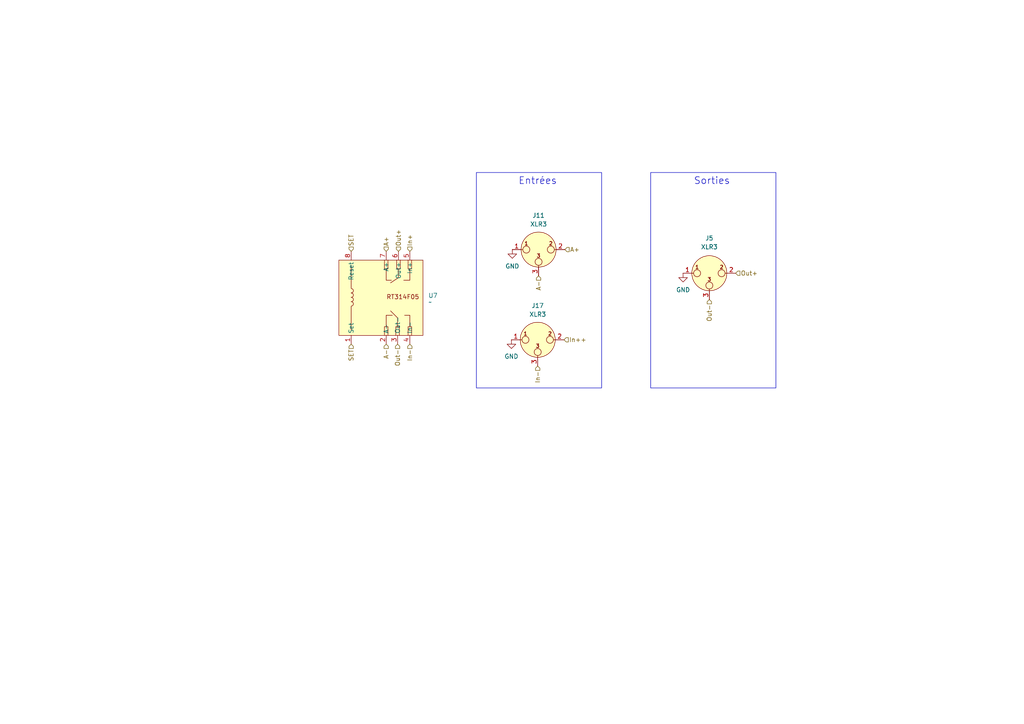
<source format=kicad_sch>
(kicad_sch (version 20250114) (generator "eeschema") (generator_version "9.0")
  (paper "A4")
  (lib_symbols
    (symbol "Connector_Audio:XLR3" (pin_names (hide yes))
      (property "Reference" "J" (at 0 8.89 0))
      (property "Value" "XLR3" (at 0 6.35 0))
      (symbol "XLR3_0_1"
        (polyline (pts (xy -5.08 0) (xy -4.572 0)))
        (circle (center -3.556 0) (radius 1.016))
        (circle (center 0 0) (radius 5.08) (fill (type background)))
        (circle (center 0 -3.556) (radius 1.016))
        (polyline (pts (xy 0 -5.08) (xy 0 -4.572)))
        (circle (center 3.556 0) (radius 1.016))
        (polyline (pts (xy 5.08 0) (xy 4.572 0)))
        (text "1" (at -3.556 1.778 0) (effects (font (size 1.016 1.016) (bold yes))))
        (text "3" (at 0 -1.778 0) (effects (font (size 1.016 1.016) (bold yes))))
        (text "2" (at 3.556 1.778 0) (effects (font (size 1.016 1.016) (bold yes))))
        (pin passive line (at -7.62 0 0) (length 2.54) (name "~") (number "1"))
        (pin passive line (at 0 -7.62 90) (length 2.54) (name "~") (number "3"))
        (pin passive line (at 7.62 0 180) (length 2.54) (name "~") (number "2"))
      )
    )
    (symbol "Relais:IM43GR_2FromC"
      (property "Reference" "U" (at 0 0.254 0))
      (symbol "IM43GR_2FromC_0_1"
        (polyline (pts (xy -8.382 3.556) (xy -8.382 10.16)))
        (arc (start -8.3793 3.429) (mid -7.747 2.794) (end -8.3793 2.159))
        (arc (start -8.3793 2.159) (mid -7.747 1.524) (end -8.3793 0.889))
        (arc (start -8.3793 0.889) (mid -7.747 0.254) (end -8.3793 -0.381))
        (arc (start -8.3793 -0.381) (mid -7.747 -1.016) (end -8.3793 -1.651))
        (polyline (pts (xy -8.382 -1.778) (xy -8.382 -8.636)))
        (polyline (pts (xy 1.27 11.684) (xy 1.27 9.144) (xy 2.286 9.144) (xy 2.286 11.684)))
        (polyline (pts (xy 1.778 9.144) (xy 1.778 5.842) (xy 3.302 5.842)))
        (polyline (pts (xy 1.778 -7.62) (xy 1.778 -4.318) (xy 3.556 -4.318)))
        (polyline (pts (xy 2.286 -10.16) (xy 2.286 -7.62) (xy 1.27 -7.62) (xy 1.27 -10.16)))
        (polyline (pts (xy 4.826 11.684) (xy 4.826 9.144) (xy 5.842 9.144) (xy 5.842 11.684)))
        (polyline (pts (xy 5.08 -7.62) (xy 5.08 -5.08) (xy 3.048 -3.048)))
        (polyline (pts (xy 5.334 9.144) (xy 5.334 6.604) (xy 3.048 5.08)))
        (polyline (pts (xy 5.588 -10.16) (xy 5.588 -7.62) (xy 4.572 -7.62) (xy 4.572 -10.16)))
        (polyline (pts (xy 8.128 11.684) (xy 8.128 9.144) (xy 9.144 9.144) (xy 9.144 11.684)))
        (polyline (pts (xy 8.636 9.144) (xy 8.636 5.842) (xy 6.858 5.842)))
        (polyline (pts (xy 8.636 -7.62) (xy 8.636 -4.318) (xy 7.112 -4.318)))
        (polyline (pts (xy 9.144 -10.16) (xy 9.144 -7.62) (xy 8.128 -7.62) (xy 8.128 -10.16)))
      )
      (symbol "IM43GR_2FromC_1_1"
        (rectangle (start -11.938 11.684) (end 12.446 -10.16) (fill (type color) (color 255 255 194 1)))
        (text "RT314F05" (at 6.604 1.016 0) (effects (font (size 1.27 1.27))))
        (pin input line (at -8.382 14.224 270) (length 2.54) (name "Reset") (number "8"))
        (pin input line (at -8.382 -12.7 90) (length 2.54) (name "Set") (number "1"))
        (pin input line (at 1.778 14.224 270) (length 2.54) (name "A+") (number "7"))
        (pin input line (at 1.778 -12.7 90) (length 2.54) (name "A-") (number "2"))
        (pin input line (at 5.08 -12.7 90) (length 2.54) (name "Out-") (number "3"))
        (pin input line (at 5.334 14.224 270) (length 2.54) (name "Out+") (number "6"))
        (pin input line (at 8.636 14.224 270) (length 2.54) (name "In+") (number "5"))
        (pin input line (at 8.636 -12.7 90) (length 2.54) (name "In-") (number "4"))
      )
    )
    (symbol "power:GND" (power) (pin_numbers (hide yes)) (pin_names (offset 0) (hide yes))
      (property "Value" "GND" (at 0 -3.81 0))
      (symbol "GND_0_1"
        (polyline (pts (xy 0 0) (xy 0 -1.27) (xy 1.27 -1.27) (xy 0 -2.54) (xy -1.27 -1.27) (xy 0 -1.27)))
      )
      (symbol "GND_1_1"
        (pin power_in line (at 0 0 270) (length 0) (name "~") (number "1"))
      )
    )
  )
  (rectangle (start 188.722 50.038) (end 225.044 112.522))
  (rectangle (start 138.176 50.038) (end 174.498 112.522))
  (text "Sorties\n" (at 206.502 52.578 0) (effects (font (size 2 2))))
  (text "Entrées\n" (at 155.956 52.578 0) (effects (font (size 2 2))))
  (hierarchical_label "Out-" (shape input) (at 205.74 86.868 270))
  (hierarchical_label "In-" (shape input) (at 155.956 106.172 270))
  (hierarchical_label "Out-" (shape input) (at 115.316 99.822 270))
  (hierarchical_label "In+" (shape input) (at 118.872 72.898 90))
  (hierarchical_label "A+" (shape input) (at 112.014 72.898 90))
  (hierarchical_label "A-" (shape input) (at 156.21 80.01 270))
  (hierarchical_label "A-" (shape input) (at 112.014 99.822 270))
  (hierarchical_label "In-" (shape input) (at 118.872 99.822 270))
  (hierarchical_label "Out+" (shape input) (at 213.36 79.248 0))
  (hierarchical_label "In++" (shape input) (at 163.576 98.552 0))
  (hierarchical_label "SET" (shape input) (at 101.854 99.822 270))
  (hierarchical_label "A+" (shape input) (at 163.83 72.39 0))
  (hierarchical_label "Out+" (shape input) (at 115.57 72.898 90))
  (hierarchical_label "SET" (shape input) (at 101.854 72.898 90))
  (symbol (lib_id "Connector_Audio:XLR3") (at 205.74 79.248 0) (unit 1)
    (property "Reference" "J4" (at 205.74 69.088 0))
    (property "Value" "XLR3" (at 205.74 71.628 0))
    (property "Footprint" "Connector_Audio:Jack_XLR_Neutrik_NC3MAAV-1_Vertical" (effects (hide yes)))
    (property "Description" "XLR Connector, Male or Female, 3 Pins" (effects (hide yes)))
    (instances (project "" (path "" (reference "J5") (unit 1)) (path "" (reference "J3") (unit 1)) (path "" (reference "J8") (unit 1)) (path "" (reference "J7") (unit 1)) (path "" (reference "J6") (unit 1)) (path "" (reference "J4") (unit 1))))
  )
  (symbol (lib_id "Connector_Audio:XLR3") (at 156.21 72.39 0) (unit 1)
    (property "Reference" "J10" (at 156.21 62.484 0))
    (property "Value" "XLR3" (at 156.21 65.024 0))
    (property "Footprint" "Connector_Audio:Jack_XLR_Neutrik_NC3FAAV_Vertical" (effects (hide yes)))
    (property "Description" "XLR Connector, Male or Female, 3 Pins" (effects (hide yes)))
    (instances (project "" (path "" (reference "J11") (unit 1)) (path "" (reference "J9") (unit 1)) (path "" (reference "J14") (unit 1)) (path "" (reference "J13") (unit 1)) (path "" (reference "J12") (unit 1)) (path "" (reference "J10") (unit 1))))
  )
  (symbol (lib_id "power:GND") (at 198.12 79.248 0) (unit 1)
    (property "Reference" "#PWR045" (effects (hide yes)))
    (property "Value" "GND" (at 198.12 84.074 0))
    (property "Description" "Power symbol creates a global label with name \"GND\" , ground" (effects (hide yes)))
    (instances (project "" (path "" (reference "#PWR046") (unit 1)) (path "" (reference "#PWR044") (unit 1)) (path "" (reference "#PWR049") (unit 1)) (path "" (reference "#PWR048") (unit 1)) (path "" (reference "#PWR047") (unit 1)) (path "" (reference "#PWR045") (unit 1))))
  )
  (symbol (lib_id "power:GND") (at 148.336 98.552 0) (unit 1)
    (property "Reference" "#PWR061" (effects (hide yes)))
    (property "Value" "GND" (at 148.336 103.378 0))
    (property "Description" "Power symbol creates a global label with name \"GND\" , ground" (effects (hide yes)))
    (instances (project "PCB_Repetition" (path "" (reference "#PWR062") (unit 1)) (path "" (reference "#PWR060") (unit 1)) (path "" (reference "#PWR065") (unit 1)) (path "" (reference "#PWR064") (unit 1)) (path "" (reference "#PWR063") (unit 1)) (path "" (reference "#PWR061") (unit 1))))
  )
  (symbol (lib_id "Connector_Audio:XLR3") (at 155.956 98.552 0) (unit 1)
    (property "Reference" "J16" (at 155.956 88.646 0))
    (property "Value" "XLR3" (at 155.956 91.186 0))
    (property "Footprint" "Connector_Audio:Jack_XLR_Neutrik_NC3FAAV_Vertical" (effects (hide yes)))
    (property "Description" "XLR Connector, Male or Female, 3 Pins" (effects (hide yes)))
    (instances (project "PCB_Repetition" (path "" (reference "J17") (unit 1)) (path "" (reference "J15") (unit 1)) (path "" (reference "J20") (unit 1)) (path "" (reference "J19") (unit 1)) (path "" (reference "J18") (unit 1)) (path "" (reference "J16") (unit 1))))
  )
  (symbol (lib_id "power:GND") (at 148.59 72.39 0) (unit 1)
    (property "Reference" "#PWR051" (effects (hide yes)))
    (property "Value" "GND" (at 148.59 77.216 0))
    (property "Description" "Power symbol creates a global label with name \"GND\" , ground" (effects (hide yes)))
    (instances (project "PCB_Repetition" (path "" (reference "#PWR052") (unit 1)) (path "" (reference "#PWR050") (unit 1)) (path "" (reference "#PWR055") (unit 1)) (path "" (reference "#PWR054") (unit 1)) (path "" (reference "#PWR053") (unit 1)) (path "" (reference "#PWR051") (unit 1))))
  )
  (symbol (lib_id "Relais:IM43GR_2FromC") (at 110.236 87.122 0) (unit 1)
    (property "Reference" "U6" (at 124.206 85.7249 0) (effects (justify left)))
    (property "Value" "~" (at 124.206 87.63 0) (effects (justify left)))
    (property "Datasheet" "https://www.te.com/commerce/DocumentDelivery/DDEController?Action=srchrtrv&DocNm=108-98001&DocType=Data%20Sheet&DocLang=English&DocFormat=pdf&PartCntxt=5-1462037-9" (effects (hide yes)))
    (property "Description" "General Purpose Signal Relay, DC, Bistable, 1 Coil, 2 Form C DPDT-CO, 2 A Contact Rating, 5 VDC Coil Voltage, 250 VAC Contact Voltage, Axicom IM" (effects (hide yes)))
    (property "MPN" "IM43GR" (effects (hide yes)))
    (instances (project "" (path "" (reference "U7") (unit 1)) (path "" (reference "U5") (unit 1)) (path "" (reference "U10") (unit 1)) (path "" (reference "U9") (unit 1)) (path "" (reference "U8") (unit 1)) (path "" (reference "U6") (unit 1))))
  )
)
</source>
